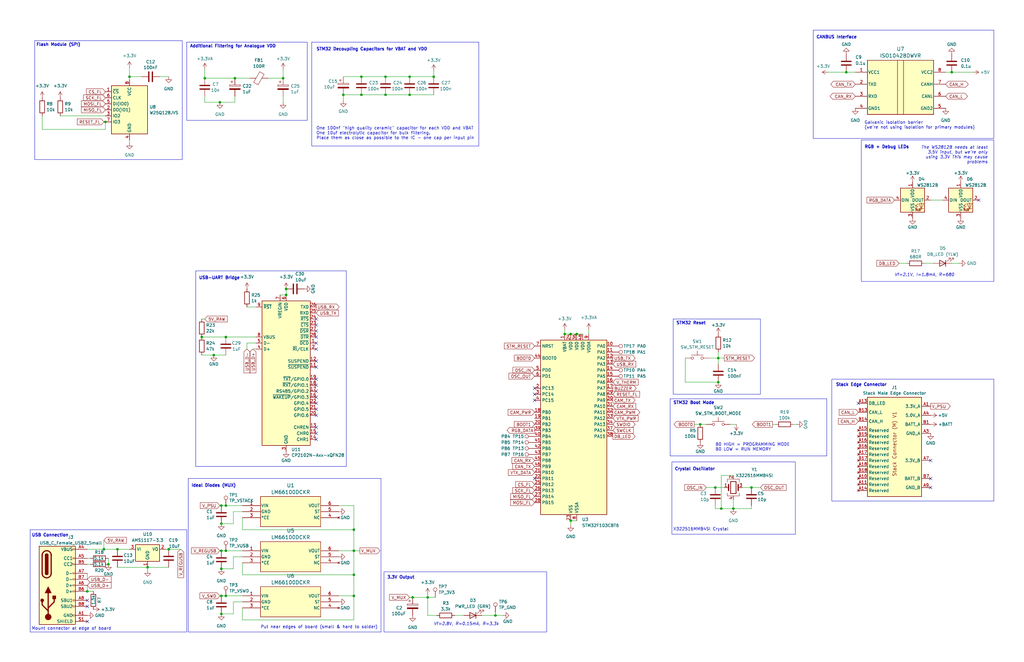
<source format=kicad_sch>
(kicad_sch (version 20231120) (generator "eeschema") (generator_version "8.0")
  (paper "B")
  (title_block (title "QRET 24-25 SRAD Camera Module (????)") (date "2025-02-20") (rev "V1.0") (company "Queen's Rocket Engineering Team") (comment 1 "Contributors: Ethan Toste, Kennan Bays, Noah Del Rizzo, Fedor Kim") (comment 4 "GRID = 0.635mm"))
  (junction (at 172.72 32.385))
  (junction (at 119.38 33.02))
  (junction (at 95.25 251.46))
  (junction (at 302.895 161.29))
  (junction (at 62.23 239.395))
  (junction (at 240.665 219.71))
  (junction (at -53.975 79.375))
  (junction (at 44.45 51.435))
  (junction (at -43.815 71.755))
  (junction (at -73.66 84.455))
  (junction (at -58.42 93.345))
  (junction (at 162.56 40.005))
  (junction (at 120.65 121.92))
  (junction (at 95.25 142.24))
  (junction (at 93.345 232.41))
  (junction (at 93.345 220.98))
  (junction (at 149.225 242.57))
  (junction (at 182.88 32.385))
  (junction (at 152.4 32.385))
  (junction (at 99.06 33.02))
  (junction (at 304.165 214.63))
  (junction (at 356.87 30.48))
  (junction (at 466.09 133.35))
  (junction (at 302.895 151.13))
  (junction (at 303.53 -78.74))
  (junction (at 45.72 238.125))
  (junction (at 93.345 213.36))
  (junction (at 450.85 148.59))
  (junction (at 466.09 140.97))
  (junction (at 313.69 -86.36))
  (junction (at 173.99 252.095))
  (junction (at 172.72 40.005))
  (junction (at 93.345 251.46))
  (junction (at 180.34 252.095))
  (junction (at 86.36 33.02))
  (junction (at 316.865 205.74))
  (junction (at 466.09 157.48))
  (junction (at 152.4 40.005))
  (junction (at 95.25 213.36))
  (junction (at 162.56 32.385))
  (junction (at 149.225 223.52))
  (junction (at 149.225 251.46))
  (junction (at 243.205 140.97))
  (junction (at -43.815 84.455))
  (junction (at 71.12 231.775))
  (junction (at 120.65 124.46))
  (junction (at 93.345 240.03))
  (junction (at 85.09 142.24))
  (junction (at 299.085 -64.77))
  (junction (at 208.915 259.715))
  (junction (at 309.245 214.63))
  (junction (at 54.61 32.385))
  (junction (at 301.625 205.74))
  (junction (at 36.83 249.555))
  (junction (at 43.815 231.775))
  (junction (at 95.25 232.41))
  (junction (at 144.78 40.005))
  (junction (at 238.125 140.97))
  (junction (at 295.275 179.07))
  (junction (at 93.345 259.08))
  (junction (at 49.53 231.775))
  (junction (at 316.865 -22.86))
  (junction (at 149.225 232.41))
  (junction (at 283.845 -73.66))
  (junction (at 401.32 30.48))
  (junction (at 313.69 -73.66))
  (junction (at 90.17 149.86))
  (junction (at 459.74 130.81))
  (junction (at 92.71 43.18))
  (junction (at 240.665 140.97))
  (no_connect (at 133.35 152.4))
  (no_connect (at 36.83 253.365))
  (no_connect (at 133.35 154.94))
  (no_connect (at 412.75 84.455))
  (no_connect (at 133.35 170.18))
  (no_connect (at 133.35 167.64))
  (no_connect (at 392.43 194.31))
  (no_connect (at 133.35 180.34))
  (no_connect (at 133.35 134.62))
  (no_connect (at 361.95 170.18))
  (no_connect (at 225.425 168.91))
  (no_connect (at 133.35 182.88))
  (no_connect (at 225.425 166.37))
  (no_connect (at 133.35 165.1))
  (no_connect (at 36.83 255.905))
  (no_connect (at 392.43 201.93))
  (no_connect (at 133.35 142.24))
  (no_connect (at 225.425 201.93))
  (no_connect (at 133.35 144.78))
  (no_connect (at 133.35 139.7))
  (no_connect (at 133.35 160.02))
  (no_connect (at 133.35 185.42))
  (no_connect (at 133.35 172.72))
  (no_connect (at 392.43 205.74))
  (no_connect (at 133.35 147.32))
  (no_connect (at 133.35 137.16))
  (no_connect (at 225.425 163.83))
  (no_connect (at 36.83 262.255))
  (no_connect (at 133.35 175.26))
  (no_connect (at 133.35 162.56))
  (wire (pts (xy 401.32 30.48) (xy 410.21 30.48)))
  (wire (pts (xy 173.99 252.095) (xy 180.34 252.095)))
  (wire (pts (xy 71.12 231.775) (xy 69.85 231.775)))
  (wire (pts (xy -73.66 93.345) (xy -58.42 93.345)))
  (polyline (pts (xy 348.615 192.405) (xy 348.615 168.275)))
  (wire (pts (xy 466.09 130.81) (xy 466.09 133.35)))
  (wire (pts (xy 448.31 148.59) (xy 450.85 148.59)))
  (wire (pts (xy 389.89 111.125) (xy 393.7 111.125)))
  (wire (pts (xy 45.72 235.585) (xy 45.72 238.125)))
  (wire (pts (xy -43.815 71.755) (xy -41.91 71.755)))
  (wire (pts (xy 304.165 200.66) (xy 304.165 214.63)))
  (wire (pts (xy 149.225 251.46) (xy 149.225 261.62)))
  (wire (pts (xy 67.31 32.385) (xy 71.12 32.385)))
  (wire (pts (xy 95.25 251.46) (xy 102.235 251.46)))
  (polyline (pts (xy 282.575 192.405) (xy 348.615 192.405)))
  (wire (pts (xy 466.09 153.67) (xy 466.09 157.48)))
  (wire (pts (xy 92.71 213.36) (xy 93.345 213.36)))
  (wire (pts (xy 162.56 32.385) (xy 172.72 32.385)))
  (wire (pts (xy 313.69 -86.36) (xy 313.69 -83.82)))
  (wire (pts (xy 288.925 151.13) (xy 288.925 161.29)))
  (wire (pts (xy 240.665 219.71) (xy 243.205 219.71)))
  (wire (pts (xy 120.65 121.92) (xy 120.65 124.46)))
  (wire (pts (xy 172.72 40.005) (xy 182.88 40.005)))
  (wire (pts (xy 299.085 151.13) (xy 302.895 151.13)))
  (wire (pts (xy 283.845 -73.66) (xy 283.845 -72.39)))
  (wire (pts (xy 309.245 214.63) (xy 309.245 210.82)))
  (wire (pts (xy 98.425 220.98) (xy 93.345 220.98)))
  (wire (pts (xy 36.83 249.555) (xy 39.37 249.555)))
  (wire (pts (xy 93.345 251.46) (xy 95.25 251.46)))
  (wire (pts (xy 95.25 213.36) (xy 102.235 213.36)))
  (wire (pts (xy 102.235 261.62) (xy 149.225 261.62)))
  (wire (pts (xy 119.38 40.64) (xy 119.38 43.18)))
  (wire (pts (xy 309.245 200.66) (xy 304.165 200.66)))
  (wire (pts (xy 466.09 140.97) (xy 466.09 143.51)))
  (wire (pts (xy 142.875 232.41) (xy 149.225 232.41)))
  (wire (pts (xy 142.875 251.46) (xy 149.225 251.46)))
  (wire (pts (xy -74.93 84.455) (xy -73.66 84.455)))
  (wire (pts (xy 49.53 239.395) (xy 62.23 239.395)))
  (wire (pts (xy 288.925 161.29) (xy 302.895 161.29)))
  (wire (pts (xy 313.055 205.74) (xy 316.865 205.74)))
  (wire (pts (xy 149.225 213.36) (xy 149.225 223.52)))
  (wire (pts (xy 93.345 232.41) (xy 95.25 232.41)))
  (wire (pts (xy 102.235 215.9) (xy 98.425 215.9)))
  (wire (pts (xy 149.225 242.57) (xy 149.225 251.46)))
  (wire (pts (xy 102.235 254) (xy 98.425 254)))
  (wire (pts (xy 243.205 140.97) (xy 245.745 140.97)))
  (wire (pts (xy 316.865 214.63) (xy 309.245 214.63)))
  (wire (pts (xy 36.83 241.935) (xy 36.83 244.475)))
  (wire (pts (xy 98.425 215.9) (xy 98.425 220.98)))
  (wire (pts (xy 325.755 179.07) (xy 327.025 179.07)))
  (wire (pts (xy 144.78 40.005) (xy 144.78 42.545)))
  (wire (pts (xy 316.865 -12.7) (xy 316.865 -10.16)))
  (wire (pts (xy -57.15 160.655) (xy -57.15 161.925)))
  (wire (pts (xy 92.71 251.46) (xy 93.345 251.46)))
  (wire (pts (xy 316.865 -26.67) (xy 316.865 -22.86)))
  (wire (pts (xy 85.09 142.24) (xy 95.25 142.24)))
  (wire (pts (xy 316.865 -22.86) (xy 316.865 -20.32)))
  (wire (pts (xy 240.665 140.97) (xy 243.205 140.97)))
  (wire (pts (xy 302.895 151.13) (xy 302.895 153.67)))
  (wire (pts (xy 172.72 252.095) (xy 173.99 252.095)))
  (wire (pts (xy 180.34 259.715) (xy 184.15 259.715)))
  (wire (pts (xy 313.69 -73.66) (xy 315.595 -73.66)))
  (wire (pts (xy 316.865 205.74) (xy 320.675 205.74)))
  (wire (pts (xy 99.06 33.02) (xy 105.41 33.02)))
  (polyline (pts (xy 282.575 168.275) (xy 282.575 173.355)))
  (wire (pts (xy 172.72 32.385) (xy 182.88 32.385)))
  (wire (pts (xy 86.36 33.02) (xy 99.06 33.02)))
  (wire (pts (xy 302.895 148.59) (xy 302.895 151.13)))
  (wire (pts (xy 98.425 259.08) (xy 93.345 259.08)))
  (wire (pts (xy 119.38 29.21) (xy 119.38 33.02)))
  (wire (pts (xy 299.085 -78.74) (xy 303.53 -78.74)))
  (wire (pts (xy 44.45 54.61) (xy 44.45 51.435)))
  (wire (pts (xy -73.66 84.455) (xy -73.66 85.725)))
  (wire (pts (xy 283.845 -64.77) (xy 299.085 -64.77)))
  (wire (pts (xy 149.225 232.41) (xy 151.765 232.41)))
  (wire (pts (xy 25.4 48.895) (xy 44.45 48.895)))
  (wire (pts (xy 180.34 252.095) (xy 180.34 259.715)))
  (wire (pts (xy 104.14 144.78) (xy 104.14 147.32)))
  (wire (pts (xy 54.61 28.575) (xy 54.61 32.385)))
  (wire (pts (xy -53.975 79.375) (xy -51.435 79.375)))
  (wire (pts (xy 142.875 213.36) (xy 149.225 213.36)))
  (polyline (pts (xy 79.375 201.93) (xy 160.655 201.93)))
  (wire (pts (xy 86.36 29.21) (xy 86.36 33.02)))
  (wire (pts (xy 379.095 111.125) (xy 382.27 111.125)))
  (wire (pts (xy 459.74 128.27) (xy 459.74 130.81)))
  (wire (pts (xy 106.68 147.32) (xy 107.95 147.32)))
  (wire (pts (xy -58.42 79.375) (xy -53.975 79.375)))
  (wire (pts (xy 238.125 140.97) (xy 240.665 140.97)))
  (wire (pts (xy 102.235 242.57) (xy 102.235 237.49)))
  (wire (pts (xy 144.78 40.005) (xy 152.4 40.005)))
  (wire (pts (xy -43.815 71.755) (xy -43.815 74.295)))
  (wire (pts (xy 62.23 239.395) (xy 71.12 239.395)))
  (wire (pts (xy 98.425 234.95) (xy 98.425 240.03)))
  (wire (pts (xy 95.25 142.24) (xy 107.95 142.24)))
  (wire (pts (xy -58.42 93.345) (xy -58.42 89.535)))
  (wire (pts (xy 301.625 205.74) (xy 305.435 205.74)))
  (wire (pts (xy 36.83 247.015) (xy 36.83 249.555)))
  (polyline (pts (xy 419.1 12.7) (xy 419.1 58.42)))
  (wire (pts (xy 301.625 214.63) (xy 301.625 213.36)))
  (wire (pts (xy 349.25 30.48) (xy 356.87 30.48)))
  (wire (pts (xy 450.85 157.48) (xy 466.09 157.48)))
  (wire (pts (xy 474.98 140.97) (xy 474.98 138.43)))
  (wire (pts (xy 303.53 -86.36) (xy 313.69 -86.36)))
  (wire (pts (xy 99.06 43.18) (xy 99.06 40.64)))
  (wire (pts (xy 292.735 179.07) (xy 295.275 179.07)))
  (wire (pts (xy 295.275 179.07) (xy 297.815 179.07)))
  (wire (pts (xy 316.865 213.36) (xy 316.865 214.63)))
  (wire (pts (xy 98.425 254) (xy 98.425 259.08)))
  (wire (pts (xy 304.165 214.63) (xy 301.625 214.63)))
  (wire (pts (xy 95.25 232.41) (xy 102.235 232.41)))
  (wire (pts (xy 113.03 33.02) (xy 119.38 33.02)))
  (wire (pts (xy 240.665 219.71) (xy 240.665 221.615)))
  (wire (pts (xy 76.2 231.775) (xy 71.12 231.775)))
  (wire (pts (xy 238.125 139.065) (xy 238.125 140.97)))
  (wire (pts (xy 191.77 259.715) (xy 195.58 259.715)))
  (wire (pts (xy 208.915 259.715) (xy 212.09 259.715)))
  (wire (pts (xy 459.74 130.81) (xy 466.09 130.81)))
  (wire (pts (xy 86.36 43.18) (xy 92.71 43.18)))
  (wire (pts (xy 450.85 148.59) (xy 450.85 149.86)))
  (polyline (pts (xy 342.9 12.7) (xy 342.9 58.42)))
  (wire (pts (xy 299.085 -64.77) (xy 299.085 -68.58)))
  (polyline (pts (xy 363.22 81.28) (xy 363.22 81.28)))
  (wire (pts (xy 398.78 30.48) (xy 401.32 30.48)))
  (wire (pts (xy -53.975 71.755) (xy -43.815 71.755)))
  (wire (pts (xy 208.915 258.445) (xy 208.915 259.715)))
  (wire (pts (xy 392.43 84.455) (xy 397.51 84.455)))
  (polyline (pts (xy 282.575 173.355) (xy 282.575 192.405)))
  (polyline (pts (xy 160.655 266.7) (xy 160.655 201.93)))
  (wire (pts (xy 36.83 238.125) (xy 38.1 238.125)))
  (wire (pts (xy 118.11 124.46) (xy 120.65 124.46)))
  (wire (pts (xy 85.09 134.62) (xy 86.36 134.62)))
  (wire (pts (xy 43.815 231.775) (xy 49.53 231.775)))
  (polyline (pts (xy 79.375 201.93) (xy 79.375 266.7)))
  (wire (pts (xy 152.4 40.005) (xy 162.56 40.005)))
  (wire (pts (xy 36.83 235.585) (xy 38.1 235.585)))
  (polyline (pts (xy 419.1 58.42) (xy 342.9 58.42)))
  (wire (pts (xy 302.895 151.13) (xy 305.435 151.13)))
  (wire (pts (xy 17.78 48.895) (xy 17.78 54.61)))
  (wire (pts (xy 180.34 250.825) (xy 180.34 252.095)))
  (wire (pts (xy 54.61 32.385) (xy 59.69 32.385)))
  (wire (pts (xy 92.71 43.18) (xy 99.06 43.18)))
  (wire (pts (xy 334.645 179.07) (xy 335.915 179.07)))
  (wire (pts (xy 102.235 261.62) (xy 102.235 256.54)))
  (wire (pts (xy 86.36 40.64) (xy 86.36 43.18)))
  (wire (pts (xy 102.235 218.44) (xy 102.235 223.52)))
  (wire (pts (xy 203.2 259.715) (xy 208.915 259.715)))
  (wire (pts (xy 301.625 205.74) (xy 297.815 205.74)))
  (wire (pts (xy 36.83 231.775) (xy 43.815 231.775)))
  (wire (pts (xy 466.09 133.35) (xy 474.98 133.35)))
  (wire (pts (xy 466.09 140.97) (xy 474.98 140.97)))
  (wire (pts (xy -43.815 84.455) (xy -41.91 84.455)))
  (wire (pts (xy 102.235 242.57) (xy 149.225 242.57)))
  (wire (pts (xy 43.815 227.965) (xy 43.815 231.775)))
  (wire (pts (xy -57.15 160.655) (xy -50.8 160.655)))
  (wire (pts (xy 149.225 223.52) (xy 149.225 232.41)))
  (polyline (pts (xy 342.9 12.7) (xy 419.1 12.7)))
  (wire (pts (xy 401.32 111.125) (xy 404.495 111.125)))
  (wire (pts (xy 104.14 129.54) (xy 107.95 129.54)))
  (wire (pts (xy 144.78 32.385) (xy 152.4 32.385)))
  (wire (pts (xy 149.225 232.41) (xy 149.225 242.57)))
  (wire (pts (xy 98.425 240.03) (xy 93.345 240.03)))
  (wire (pts (xy 49.53 231.775) (xy 54.61 231.775)))
  (wire (pts (xy 62.23 239.395) (xy 62.23 240.665)))
  (wire (pts (xy 303.53 -78.74) (xy 306.07 -78.74)))
  (wire (pts (xy 92.71 232.41) (xy 93.345 232.41)))
  (wire (pts (xy 90.17 149.86) (xy 95.25 149.86)))
  (wire (pts (xy 307.975 179.07) (xy 310.515 179.07)))
  (wire (pts (xy 102.235 234.95) (xy 98.425 234.95)))
  (polyline (pts (xy -63.5 146.685) (xy -19.05 146.685)))
  (wire (pts (xy 54.61 59.055) (xy 54.61 60.325)))
  (wire (pts (xy 43.815 51.435) (xy 44.45 51.435)))
  (wire (pts (xy 459.74 130.81) (xy 459.74 133.35)))
  (wire (pts (xy 316.865 -22.86) (xy 327.025 -22.86)))
  (wire (pts (xy 162.56 40.005) (xy 172.72 40.005)))
  (wire (pts (xy 104.14 144.78) (xy 107.95 144.78)))
  (wire (pts (xy 182.88 29.845) (xy 182.88 32.385)))
  (polyline (pts (xy -63.5 167.005) (xy -63.5 146.685)))
  (wire (pts (xy 54.61 32.385) (xy 54.61 33.655)))
  (wire (pts (xy 248.285 139.065) (xy 248.285 140.97)))
  (wire (pts (xy 17.78 54.61) (xy 44.45 54.61)))
  (wire (pts (xy 152.4 32.385) (xy 162.56 32.385)))
  (polyline (pts (xy -19.05 167.005) (xy -63.5 167.005)))
  (polyline (pts (xy 348.615 168.275) (xy 282.575 168.275)))
  (wire (pts (xy 282.575 -73.66) (xy 283.845 -73.66)))
  (wire (pts (xy 180.34 252.095) (xy 183.515 252.095)))
  (wire (pts (xy 85.09 149.86) (xy 90.17 149.86)))
  (wire (pts (xy 304.165 214.63) (xy 309.245 214.63)))
  (wire (pts (xy 102.235 223.52) (xy 149.225 223.52)))
  (polyline (pts (xy 79.375 266.7) (xy 160.655 266.7)))
  (wire (pts (xy 316.865 -31.75) (xy 316.865 -29.21)))
  (wire (pts (xy 356.87 30.48) (xy 360.68 30.48)))
  (wire (pts (xy 93.345 213.36) (xy 95.25 213.36)))
  (wire (pts (xy 313.69 -86.36) (xy 315.595 -86.36)))
  (polyline (pts (xy -19.05 146.685) (xy -19.05 167.005)))
  (rectangle (start 161.925 241.3) (end 230.505 266.7))
  (rectangle (start 283.845 134.62) (end 320.675 166.37))
  (rectangle (start -87.63 67.945) (end -3.81 112.395))
  (rectangle (start 435.61 120.65) (end 496.57 160.02))
  (rectangle (start 82.55 114.3) (end 146.05 196.85))
  (rectangle (start 78.74 17.78) (end 129.54 50.8))
  (rectangle (start 269.113 -90.678) (end 328.295 -44.45))
  (rectangle (start 283.337 194.945) (end 335.407 225.425))
  (rectangle (start 311.023 -42.672) (end 349.123 -2.032))
  (rectangle (start 350.774 160.02) (end 419.1 211.455))
  (rectangle (start 363.22 59.055) (end 419.1 118.745))
  (rectangle (start 12.7 223.52) (end 78.74 266.7))
  (rectangle (start 14.605 17.145) (end 76.835 67.31))
  (rectangle (start 131.445 17.78) (end 201.93 61.595))
  (text "B0 HIGH = PROGRAMMING MODE\nB0 LOW = RUN MEMORY" (at 301.625 190.5 0) (effects (font (size 1.27 1.27)) (justify left bottom)))
  (text "RunCam Control" (at -86.995 70.485 0) (effects (font (size 1.27 1.27) (thickness 0.254) (bold yes)) (justify left bottom)))
  (text "One 100nf \"high quality ceramic\" capacitor for each VDD and VBAT\nOne 10uf electrolytic capacitor for bulk filtering.\nPlace them as close as possible to the IC - one cap per input pin" (at 133.35 59.055 0) (effects (font (size 1.27 1.27)) (justify left bottom)))
  (text "STM32 Reset" (at 285.115 137.16 0) (effects (font (size 1.27 1.27) (thickness 0.254) (bold yes)) (justify left bottom)))
  (text "3.3V Output" (at 163.195 244.475 0) (effects (font (size 1.27 1.27) (thickness 0.254) (bold yes)) (justify left bottom)))
  (text "Thermistor" (at 317.119 -40.386 0) (effects (font (size 1.27 1.27) (thickness 0.254) (bold yes))))
  (text "RGB + Debug LEDs" (at 364.49 62.865 0) (effects (font (size 1.27 1.27) (thickness 0.254) (bold yes)) (justify left bottom)))
  (text "USB-UART Bridge" (at 83.82 118.11 0) (effects (font (size 1.27 1.27) (thickness 0.254) (bold yes)) (justify left bottom)))
  (text "Put near edges of board (small & hard to solder)" (at 109.855 265.43 0) (effects (font (size 1.27 1.27)) (justify left bottom)))
  (text "Additional Filtering for Analogue VDD" (at 80.01 20.32 0) (effects (font (size 1.27 1.27) (thickness 0.254) (bold yes)) (justify left bottom)))
  (text "Crystal Oscillator" (at 284.48 198.755 0) (effects (font (size 1.27 1.27) (thickness 0.254) (bold yes)) (justify left bottom)))
  (text "Buzzer" (at 436.88 123.19 0) (effects (font (size 1.27 1.27) (bold yes)) (justify left bottom)))
  (text "STM32 Boot Mode" (at 283.845 170.815 0) (effects (font (size 1.27 1.27) (thickness 0.254) (bold yes)) (justify left bottom)))
  (text "VTX Control" (at 270.891 -86.614 0) (effects (font (size 1.27 1.27) (thickness 0.254) (bold yes)) (justify left bottom)))
  (text "Serial Wire Debug" (at -62.23 149.225 0) (effects (font (size 1.27 1.27) (thickness 0.254) (bold yes)) (justify left bottom)))
  (text "Vf=2.8V, R=0.15mA, R=3.3k" (at 182.88 264.16 0) (effects (font (size 1.27 1.27) (italic yes)) (justify left bottom)))
  (text "Galvanic isolation barrier\n(we're not using isolation for primary modules)" (at 364.49 54.61 0) (effects (font (size 1.27 1.27)) (justify left bottom)))
  (text "Vf=2.1V, I=1.8mA, R=680" (at 377.19 116.84 0) (effects (font (size 1.27 1.27) (italic yes)) (justify left bottom)))
  (text "Flash Module (SPI)" (at 15.24 19.685 0) (effects (font (size 1.27 1.27) (bold yes)) (justify left bottom)))
  (text "The WS2812B needs at least\n3.5V input, but we're only\nusing 3.3V This may cause\nproblems" (at 416.56 69.215 0) (effects (font (size 1.27 1.27) (italic yes)) (justify right bottom)))
  (text "Stack Edge Connector" (at 352.425 163.195 0) (effects (font (size 1.27 1.27) (thickness 0.254) (bold yes)) (justify left bottom)))
  (text "CANBUS Interface" (at 344.17 16.51 0) (effects (font (size 1.27 1.27) (thickness 0.254) (bold yes)) (justify left bottom)))
  (text "Mount connector at edge of board\n" (at 13.335 266.065 0) (effects (font (size 1.27 1.27)) (justify left bottom)))
  (text "USB Connection" (at 13.335 226.695 0) (effects (font (size 1.27 1.27) (thickness 0.254) (bold yes)) (justify left bottom)))
  (text "\nX322516MMB4SI Crystal " (at 283.845 224.155 0) (effects (font (size 1.27 1.27)) (justify left bottom)))
  (text "Ideal Diodes (MUX)" (at 80.645 205.74 0) (effects (font (size 1.27 1.27) (thickness 0.254) (bold yes)) (justify left bottom)))
  (text "STM32 Decoupling Capacitors for VBAT and VDD" (at 133.35 21.59 0) (effects (font (size 1.27 1.27) (thickness 0.254) (bold yes)) (justify left bottom)))
  (global_label "SWDIO" (shape input) (at -50.8 155.575 180) (property "Intersheetrefs" "${INTERSHEET_REFS}" (effects (hide yes))))
  (global_label "VTX_DATA" (shape input) (at 311.785 -53.34 180) (property "Intersheetrefs" "${INTERSHEET_REFS}" (effects (hide yes))))
  (global_label "BOOT1" (shape output) (at 325.755 179.07 180) (property "Intersheetrefs" "${INTERSHEET_REFS}" (effects (hide yes))))
  (global_label "V_THERM" (shape input) (at 258.445 161.29 0) (property "Intersheetrefs" "${INTERSHEET_REFS}" (effects (hide yes))))
  (global_label "V_REGUSB" (shape input) (at 76.2 231.775 270) (property "Intersheetrefs" "${INTERSHEET_REFS}" (effects (hide yes))))
  (global_label "DB_LED" (shape input) (at 379.095 111.125 180) (property "Intersheetrefs" "${INTERSHEET_REFS}" (effects (hide yes))))
  (global_label "BOOT0" (shape input) (at 225.425 151.13 180) (property "Intersheetrefs" "${INTERSHEET_REFS}" (effects (hide yes))))
  (global_label "OSC_OUT" (shape input) (at 320.675 205.74 0) (property "Intersheetrefs" "${INTERSHEET_REFS}" (effects (hide yes))))
  (global_label "V_REGUSB" (shape input) (at 92.71 232.41 180) (property "Intersheetrefs" "${INTERSHEET_REFS}" (effects (hide yes))))
  (global_label "CAM_PWM" (shape input) (at -22.225 107.95 180) (property "Intersheetrefs" "${INTERSHEET_REFS}" (effects (hide yes))))
  (global_label "OSC_IN" (shape input) (at 297.815 205.74 180) (property "Intersheetrefs" "${INTERSHEET_REFS}" (effects (hide yes))))
  (global_label "CAM_PWR" (shape input) (at -74.93 84.455 180) (property "Intersheetrefs" "${INTERSHEET_REFS}" (effects (hide yes))))
  (global_label "CAM_PWR" (shape input) (at 225.425 173.99 180) (property "Intersheetrefs" "${INTERSHEET_REFS}" (effects (hide yes))))
  (global_label "MOSI_FL" (shape input) (at 44.45 43.815 180) (property "Intersheetrefs" "${INTERSHEET_REFS}" (effects (hide yes))))
  (global_label "MISO_FL" (shape input) (at 225.425 209.55 180) (property "Intersheetrefs" "${INTERSHEET_REFS}" (effects (hide yes))))
  (global_label "SWDIO" (shape bidirectional) (at 258.445 179.07 0) (property "Intersheetrefs" "${INTERSHEET_REFS}" (effects (hide yes))))
  (global_label "V_THERM" (shape input) (at 327.025 -22.86 0) (property "Intersheetrefs" "${INTERSHEET_REFS}" (effects (hide yes))))
  (global_label "CAN_H" (shape bidirectional) (at 398.78 35.56 0) (property "Intersheetrefs" "${INTERSHEET_REFS}" (effects (hide yes))))
  (global_label "VTX_BAT" (shape output) (at 315.595 -73.66 0) (property "Intersheetrefs" "${INTERSHEET_REFS}" (effects (hide yes))))
  (global_label "CS_FL" (shape input) (at 225.425 204.47 180) (property "Intersheetrefs" "${INTERSHEET_REFS}" (effects (hide yes))))
  (global_label "RESET_FL" (shape input) (at 43.815 51.435 180) (property "Intersheetrefs" "${INTERSHEET_REFS}" (effects (hide yes))))
  (global_label "CAM_TX" (shape output) (at 258.445 168.91 0) (property "Intersheetrefs" "${INTERSHEET_REFS}" (effects (hide yes))))
  (global_label "CS_FL" (shape input) (at 44.45 38.735 180) (property "Intersheetrefs" "${INTERSHEET_REFS}" (effects (hide yes))))
  (global_label "RGB_DATA" (shape output) (at 225.425 181.61 180) (property "Intersheetrefs" "${INTERSHEET_REFS}" (effects (hide yes))))
  (global_label "RGB_DATA" (shape input) (at 377.19 84.455 180) (property "Intersheetrefs" "${INTERSHEET_REFS}" (effects (hide yes))))
  (global_label "CAM_5V" (shape output) (at -41.91 84.455 0) (property "Intersheetrefs" "${INTERSHEET_REFS}" (effects (hide yes))))
  (global_label "V_PSU" (shape input) (at 92.71 213.36 180) (property "Intersheetrefs" "${INTERSHEET_REFS}" (effects (hide yes))))
  (global_label "CAN_L" (shape bidirectional) (at 398.78 40.64 0) (property "Intersheetrefs" "${INTERSHEET_REFS}" (effects (hide yes))))
  (global_label "OSC_IN" (shape input) (at 225.425 156.21 180) (property "Intersheetrefs" "${INTERSHEET_REFS}" (effects (hide yes))))
  (global_label "STM_RESET" (shape output) (at 305.435 151.13 0) (property "Intersheetrefs" "${INTERSHEET_REFS}" (effects (hide yes))))
  (global_label "DB_LED" (shape output) (at 258.445 184.15 0) (property "Intersheetrefs" "${INTERSHEET_REFS}" (effects (hide yes))))
  (global_label "USB_TX" (shape input) (at 133.35 132.08 0) (property "Intersheetrefs" "${INTERSHEET_REFS}" (effects (hide yes))))
  (global_label "RESET_FL" (shape input) (at 258.445 166.37 0) (property "Intersheetrefs" "${INTERSHEET_REFS}" (effects (hide yes))))
  (global_label "CAM_PWM" (shape output) (at 258.445 173.99 0) (property "Intersheetrefs" "${INTERSHEET_REFS}" (effects (hide yes))))
  (global_label "MISO_FL" (shape input) (at 44.45 46.355 180) (property "Intersheetrefs" "${INTERSHEET_REFS}" (effects (hide yes))))
  (global_label "STM_RESET" (shape input) (at 225.425 146.05 180) (property "Intersheetrefs" "${INTERSHEET_REFS}" (effects (hide yes))))
  (global_label "VTX_BAT" (shape input) (at 311.785 -48.26 180) (property "Intersheetrefs" "${INTERSHEET_REFS}" (effects (hide yes))))
  (global_label "CAN_TX" (shape bidirectional) (at 360.68 35.56 180) (property "Intersheetrefs" "${INTERSHEET_REFS}" (effects (hide yes))))
  (global_label "SWCLK" (shape input) (at 258.445 181.61 0) (property "Intersheetrefs" "${INTERSHEET_REFS}" (effects (hide yes))))
  (global_label "VTX_8V" (shape input) (at 315.595 -86.36 0) (property "Intersheetrefs" "${INTERSHEET_REFS}" (effects (hide yes))))
  (global_label "USB_D+" (shape input) (at 106.68 147.32 270) (property "Intersheetrefs" "${INTERSHEET_REFS}" (effects (hide yes))))
  (global_label "5V_RAW" (shape input) (at 43.815 227.965 0) (property "Intersheetrefs" "${INTERSHEET_REFS}" (effects (hide yes))))
  (global_label "SCK_FL" (shape input) (at 225.425 207.01 180) (property "Intersheetrefs" "${INTERSHEET_REFS}" (effects (hide yes))))
  (global_label "BOOT0" (shape output) (at 292.735 179.07 180) (property "Intersheetrefs" "${INTERSHEET_REFS}" (effects (hide yes))))
  (global_label "CAN_H" (shape input) (at 361.95 177.8 180) (property "Intersheetrefs" "${INTERSHEET_REFS}" (effects (hide yes))))
  (global_label "V_MUX" (shape input) (at 172.72 252.095 180) (property "Intersheetrefs" "${INTERSHEET_REFS}" (effects (hide yes))))
  (global_label "V_SWD" (shape output) (at -50.8 158.115 180) (property "Intersheetrefs" "${INTERSHEET_REFS}" (effects (hide yes))))
  (global_label "CAM_5V" (shape input) (at -22.225 97.79 180) (property "Intersheetrefs" "${INTERSHEET_REFS}" (effects (hide yes))))
  (global_label "USB_D-" (shape input) (at 104.14 147.32 270) (property "Intersheetrefs" "${INTERSHEET_REFS}" (effects (hide yes))))
  (global_label "USB_RX" (shape input) (at 258.445 153.67 0) (property "Intersheetrefs" "${INTERSHEET_REFS}" (effects (hide yes))))
  (global_label "USB_D+" (shape input) (at 36.83 247.015 0) (property "Intersheetrefs" "${INTERSHEET_REFS}" (effects (hide yes))))
  (global_label "SCK_FL" (shape input) (at 44.45 41.275 180) (property "Intersheetrefs" "${INTERSHEET_REFS}" (effects (hide yes))))
  (global_label "VTX_PWR" (shape input) (at 258.445 176.53 0) (property "Intersheetrefs" "${INTERSHEET_REFS}" (effects (hide yes))))
  (global_label "CAM_RX" (shape output) (at -22.225 105.41 180) (property "Intersheetrefs" "${INTERSHEET_REFS}" (effects (hide yes))))
  (global_label "BUZZER" (shape output) (at 258.445 163.83 0) (property "Intersheetrefs" "${INTERSHEET_REFS}" (effects (hide yes))))
  (global_label "USB_D-" (shape input) (at 36.83 244.475 0) (property "Intersheetrefs" "${INTERSHEET_REFS}" (effects (hide yes))))
  (global_label "CAM_RX" (shape input) (at 258.445 171.45 0) (property "Intersheetrefs" "${INTERSHEET_REFS}" (effects (hide yes))))
  (global_label "V_SWD" (shape input) (at 92.71 251.46 180) (property "Intersheetrefs" "${INTERSHEET_REFS}" (effects (hide yes))))
  (global_label "BUZZER" (shape input) (at 448.31 148.59 180) (property "Intersheetrefs" "${INTERSHEET_REFS}" (effects (hide yes))))
  (global_label "CAN_RX" (shape input) (at 225.425 194.31 180) (property "Intersheetrefs" "${INTERSHEET_REFS}" (effects (hide yes))))
  (global_label "CAM_TX" (shape input) (at -22.225 102.87 180) (property "Intersheetrefs" "${INTERSHEET_REFS}" (effects (hide yes))))
  (global_label "5V_RAW" (shape input) (at 86.36 134.62 0) (property "Intersheetrefs" "${INTERSHEET_REFS}" (effects (hide yes))))
  (global_label "CAN_TX" (shape input) (at 225.425 196.85 180) (property "Intersheetrefs" "${INTERSHEET_REFS}" (effects (hide yes))))
  (global_label "SWCLK" (shape input) (at -50.8 153.035 180) (property "Intersheetrefs" "${INTERSHEET_REFS}" (effects (hide yes))))
  (global_label "USB_TX" (shape output) (at 258.445 151.13 0) (property "Intersheetrefs" "${INTERSHEET_REFS}" (effects (hide yes))))
  (global_label "OSC_OUT" (shape input) (at 225.425 158.75 180) (property "Intersheetrefs" "${INTERSHEET_REFS}" (effects (hide yes))))
  (global_label "USB_RX" (shape output) (at 133.35 129.54 0) (property "Intersheetrefs" "${INTERSHEET_REFS}" (effects (hide yes))))
  (global_label "VTX_PWR" (shape input) (at 282.575 -73.66 180) (property "Intersheetrefs" "${INTERSHEET_REFS}" (effects (hide yes))))
  (global_label "MOSI_FL" (shape input) (at 225.425 212.09 180) (property "Intersheetrefs" "${INTERSHEET_REFS}" (effects (hide yes))))
  (global_label "V_MUX" (shape output) (at 151.765 232.41 0) (property "Intersheetrefs" "${INTERSHEET_REFS}" (effects (hide yes))))
  (global_label "VTX_8V" (shape input) (at 281.305 -49.53 180) (property "Intersheetrefs" "${INTERSHEET_REFS}" (effects (hide yes))))
  (global_label "CAN_L" (shape input) (at 361.95 173.99 180) (property "Intersheetrefs" "${INTERSHEET_REFS}" (effects (hide yes))))
  (global_label "V_PSU" (shape output) (at 392.43 171.45 0) (property "Intersheetrefs" "${INTERSHEET_REFS}" (effects (hide yes))))
  (global_label "BOOT1" (shape input) (at 225.425 179.07 180) (property "Intersheetrefs" "${INTERSHEET_REFS}" (effects (hide yes))))
  (global_label "CAN_RX" (shape bidirectional) (at 360.68 40.64 180) (property "Intersheetrefs" "${INTERSHEET_REFS}" (effects (hide yes))))
  (global_label "VTX_DATA" (shape input) (at 225.425 199.39 180) (property "Intersheetrefs" "${INTERSHEET_REFS}" (effects (hide yes))))
  (symbol (lib_id "LED:WS2812B") (at 405.13 84.455 0) (unit 1)
    (property "Reference" "D6" (at 408.94 75.565 0))
    (property "Value" "WS2812B" (at 411.48 78.105 0))
    (property "Footprint" "LED_SMD:LED_WS2812B_PLCC4_5.0x5.0mm_P3.2mm" (effects (hide yes)))
    (property "Datasheet" "https://cdn-shop.adafruit.com/datasheets/WS2812B.pdf" (effects (hide yes)))
    (property "Digikey" "1568-COM-16347CT-ND" (effects (hide yes)))
  )
  (symbol (lib_id "Device:Buzzer") (at 477.52 135.89 0) (unit 1)
    (property "Reference" "BZ1" (at 480.695 137.795 0) (effects (justify left)))
    (property "Value" "PKM13EPYH4000" (at 478.79 140.335 0) (effects (justify left)))
    (property "Footprint" "footprints:Buzzer_12.6x9.5RM5.0" (effects (hide yes)))
  )
  (symbol (lib_id "power:GND") (at 128.27 121.92 90) (unit 1)
    (property "Reference" "#PWR074" (effects (hide yes)))
    (property "Value" "GND" (at 132.0344 121.92 0))
  )
  (symbol (lib_id "Device:R") (at 187.96 259.715 270) (unit 1)
    (property "Reference" "R3" (at 187.96 254.5547 90))
    (property "Value" "3.3k" (at 187.96 256.9789 90))
    (property "Footprint" "Resistor_SMD:R_0603_1608Metric" (effects (hide yes)))
    (property "LCSC" "C22978" (effects (hide yes)))
  )
  (symbol (lib_id "Connector:TestPoint") (at 95.25 232.41 0) (unit 1) (in_bom no)
    (property "Reference" "TP2" (at 96.647 227.8959 0) (effects (justify left)))
    (property "Value" "TP_VUSB" (at 96.647 230.3201 0) (effects (justify left)))
    (property "Footprint" "TestPoint:TestPoint_Pad_1.5x1.5mm" (effects (hide yes)))
  )
  (symbol (lib_id "Device:R") (at 25.4 45.085 180) (unit 1)
    (property "Reference" "R9" (at 27.178 43.8729 0) (effects (justify right)))
    (property "Value" "10k" (at 27.178 46.2971 0) (effects (justify right)))
    (property "Footprint" "Resistor_SMD:R_0603_1608Metric" (effects (hide yes)))
    (property "LCSC" "C25804" (effects (hide yes)))
  )
  (symbol (lib_id "Device:C") (at 172.72 36.195 0) (unit 1)
    (property "Reference" "C26" (at 175.895 34.925 0) (effects (justify left)))
    (property "Value" "100n" (at 175.26 37.465 0) (effects (justify left)))
    (property "Footprint" "Capacitor_SMD:C_0402_1005Metric" (effects (hide yes)))
    (property "LCSC" "C1525" (effects (hide yes)))
  )
  (symbol (lib_id "Diode:1N5819WS") (at 455.93 133.35 0) (mirror y) (unit 1)
    (property "Reference" "D2" (at 456.2475 138.7643 0))
    (property "Value" "1N5819WS" (at 456.2475 136.3401 0))
    (property "Footprint" "Diode_SMD:D_SOD-323" (effects (hide yes)))
    (property "Datasheet" "https://datasheet.lcsc.com/lcsc/2204281430_Guangdong-Hottech-1N5819WS_C191023.pdf" (effects (hide yes)))
    (property "LCSC" "C191023" (effects (hide yes)))
  )
  (symbol (lib_id "Device:C_Polarized") (at 99.06 36.83 0) (unit 1)
    (property "Reference" "C22" (at 102.235 36.3108 0) (effects (justify left)))
    (property "Value" "1uF" (at 102.235 38.735 0) (effects (justify left)))
    (property "Footprint" "Capacitor_SMD:C_0805_2012Metric" (effects (hide yes)))
    (property "LCSC" "C28323" (effects (hide yes)))
  )
  (symbol (lib_id "power:GND") (at 142.875 234.95 90) (unit 1)
    (property "Reference" "#PWR017" (effects (hide yes)))
    (property "Value" "GND" (at 143.51 237.49 90) (effects (justify right)))
  )
  (symbol (lib_id "power:GND") (at 384.81 92.075 0) (unit 1)
    (property "Reference" "#PWR030" (effects (hide yes)))
    (property "Value" "GND" (at 384.81 95.885 0))
  )
  (symbol (lib_id "power:GND") (at 142.875 215.9 90) (unit 1)
    (property "Reference" "#PWR016" (effects (hide yes)))
    (property "Value" "GND" (at 143.51 218.44 90) (effects (justify right)))
  )
  (symbol (lib_id "Connector:Screw_Terminal_01x02") (at 286.385 -52.07 0) (unit 1)
    (property "Reference" "J8" (at 288.925 -52.0701 0) (effects (justify left)))
    (property "Value" "VTX_PWR" (at 288.925 -49.5301 0) (effects (justify left)))
    (property "Footprint" "TerminalBlock_TE-Connectivity:TerminalBlock_TE_282834-2_1x02_P2.54mm_Horizontal" (effects (hide yes)))
    (property "Digikey" "ED10561-ND" (effects (hide yes)))
  )
  (symbol (lib_id "power:+5V") (at 410.21 30.48 270) (unit 1)
    (property "Reference" "#PWR034" (effects (hide yes)))
    (property "Value" "+5V" (at 413.258 30.48 90) (effects (justify left)))
  )
  (symbol (lib_id "Device:R") (at 302.895 144.78 180) (unit 1)
    (property "Reference" "R12" (at 304.673 143.5679 0) (effects (justify right)))
    (property "Value" "10k" (at 304.673 145.9921 0) (effects (justify right)))
    (property "Footprint" "Resistor_SMD:R_0603_1608Metric" (effects (hide yes)))
    (property "LCSC" "C25804" (effects (hide yes)))
  )
  (symbol (lib_id "EdgeConnector:SWD_01x04_Pin") (at -45.72 158.115 180) (unit 1)
    (property "Reference" "J2" (at -36.195 155.6329 0) (effects (justify right)))
    (property "Value" "SWD_01x04_Pin" (at -36.195 158.0571 0) (effects (justify right)))
    (property "Footprint" "SWD_Header:SWD_PinHeader_1x04_P2.54mm_Horizontal" (effects (hide yes)))
  )
  (symbol (lib_id "Device:C") (at 401.32 26.67 0) (unit 1)
    (property "Reference" "C10" (at 405.13 25.4 0) (effects (justify left)))
    (property "Value" "0.1u" (at 405.13 27.94 0) (effects (justify left)))
    (property "Footprint" "Capacitor_SMD:C_0603_1608Metric" (effects (hide yes)))
    (property "LCSC" "C14663" (effects (hide yes)))
  )
  (symbol (lib_id "power:GND") (at 240.665 221.615 0) (unit 1)
    (property "Reference" "#PWR014" (effects (hide yes)))
    (property "Value" "GND" (at 240.665 226.441 0))
  )
  (symbol (lib_id "power:+3.3V") (at 238.125 139.065 0) (mirror y) (unit 1)
    (property "Reference" "#PWR013" (effects (hide yes)))
    (property "Value" "+3.3V" (at 238.125 134.493 0))
  )
  (symbol (lib_id "Connector:TestPoint") (at 225.425 191.77 90) (unit 1) (in_bom no)
    (property "Reference" "TP16" (at 220.98 191.77 90) (effects (justify left)))
    (property "Value" "PB7" (at 215.265 191.77 90) (effects (justify left)))
    (property "Footprint" "TestPoint:TestPoint_Pad_1.5x1.5mm" (effects (hide yes)))
  )
  (symbol (lib_id "Switch:SW_Push") (at 302.895 179.07 0) (unit 1)
    (property "Reference" "SW2" (at 302.895 172.0047 0))
    (property "Value" "SW_STM_BOOT_MODE" (at 302.895 174.4289 0))
    (property "Footprint" "Button_Switch_SMD:SW_Push_1P1T_XKB_TS-1187A" (effects (hide yes)))
    (property "Datasheet" "https://datasheet.lcsc.com/lcsc/2304140030_XKB-Connection-TS-1187A-B-A-B_C318884.pdf" (effects (hide yes)))
    (property "LCSC" "C318884" (effects (hide yes)))
  )
  (symbol (lib_id "power:GND") (at 360.68 45.72 0) (unit 1)
    (property "Reference" "#PWR027" (effects (hide yes)))
    (property "Value" "GND" (at 360.68 50.8 0))
  )
  (symbol (lib_id "Device:C_Polarized") (at 173.99 255.905 0) (unit 1)
    (property "Reference" "C2" (at 167.005 256.54 0) (effects (justify left)))
    (property "Value" "100uF" (at 165.1 258.9642 0) (effects (justify left)))
    (property "Footprint" "Capacitor_SMD:CP_Elec_6.3x5.9" (effects (hide yes)))
    (property "Datasheet" "https://www.we-online.com/components/products/datasheet/865080343009.pdf" (effects (hide yes)))
    (property "Digikey" "732-8419-1-ND" (effects (hide yes)))
  )
  (symbol (lib_id "Memory_Flash:W25Q128JVS") (at 54.61 46.355 0) (unit 1)
    (property "Reference" "U8" (at 62.992 45.1429 0) (effects (justify left)))
    (property "Value" "W25Q128JVS" (at 62.992 47.5671 0) (effects (justify left)))
    (property "Footprint" "Package_SO:SOIC-8_5.23x5.23mm_P1.27mm" (effects (hide yes)))
    (property "Datasheet" "http://www.winbond.com/resource-files/w25q128jv_dtr%20revc%2003272018%20plus.pdf" (effects (hide yes)))
    (property "LCSC" "C97521" (effects (hide yes)))
  )
  (symbol (lib_id "Device:C_Polarized") (at 144.78 36.195 0) (unit 1)
    (property "Reference" "C15" (at 138.43 34.29 0) (effects (justify left)))
    (property "Value" "10uF" (at 136.525 36.7142 0) (effects (justify left)))
    (property "Footprint" "Capacitor_SMD:CP_Elec_4x5.4" (effects (hide yes)))
    (property "Datasheet" "https://www.we-online.com/components/products/datasheet/865080340001.pdf" (effects (hide yes)))
    (property "Digikey" "732-8411-1-ND" (effects (hide yes)))
  )
  (symbol (lib_id "Device:R") (at 39.37 253.365 180) (unit 1)
    (property "Reference" "R7" (at 41.91 254.635 90) (effects (justify right)))
    (property "Value" "1.5k" (at 39.37 255.27 90) (effects (justify right)))
    (property "Footprint" "Resistor_SMD:R_0603_1608Metric" (effects (hide yes)))
    (property "LCSC" "C22843" (effects (hide yes)))
  )
  (symbol (lib_id "Device:C") (at 63.5 32.385 90) (unit 1)
    (property "Reference" "C12" (at 63.5 26.0817 90))
    (property "Value" "100nF" (at 63.5 28.5059 90))
    (property "Footprint" "Capacitor_SMD:C_0603_1608Metric" (effects (hide yes)))
    (property "LCSC" "C14663" (effects (hide yes)))
  )
  (symbol (lib_id "Connector:Screw_Terminal_01x02") (at -17.145 95.25 0) (unit 1)
    (property "Reference" "J6" (at -15.113 95.3079 0) (effects (justify left)))
    (property "Value" "CAM_PWR" (at -15.113 97.7321 0) (effects (justify left)))
    (property "Footprint" "TerminalBlock_TE-Connectivity:TerminalBlock_TE_282834-2_1x02_P2.54mm_Horizontal" (effects (hide yes)))
    (property "Digikey" "ED10561-ND" (effects (hide yes)))
  )
  (symbol (lib_id "Device:C") (at 182.88 36.195 0) (unit 1)
    (property "Reference" "C27" (at 186.055 34.925 0) (effects (justify left)))
    (property "Value" "100n" (at 185.42 37.465 0) (effects (justify left)))
    (property "Footprint" "Capacitor_SMD:C_0402_1005Metric" (effects (hide yes)))
    (property "LCSC" "C1525" (effects (hide yes)))
  )
  (symbol (lib_id "power:GND") (at 144.78 42.545 0) (unit 1)
    (property "Reference" "#PWR059" (effects (hide yes)))
    (property "Value" "GND" (at 144.78 46.99 0))
  )
  (symbol (lib_id "Connector:TestPoint") (at 95.25 213.36 0) (unit 1) (in_bom no)
    (property "Reference" "TP1" (at 96.647 208.8459 0) (effects (justify left)))
    (property "Value" "TP_VSTACK" (at 96.647 211.2701 0) (effects (justify left)))
    (property "Footprint" "TestPoint:TestPoint_Pad_1.5x1.5mm" (effects (hide yes)))
  )
  (symbol (lib_id "USB_C:USB_C_Female_USB2_Small") (at 21.59 248.285 0) (unit 1)
    (property "Reference" "J3" (at 29.845 226.695 0))
    (property "Value" "USB_C_Female_USB2_Small" (at 29.845 229.1192 0))
    (property "Footprint" "footprints:USB_C_DB-108PWB" (effects (hide yes)))
    (property "Datasheet" "https://www.usb.org/sites/default/files/documents/usb_type-c.zip" (effects (hide yes)))
    (property "LCSC" "C2936184" (effects (hide yes)))
  )
  (symbol (lib_id "Device:C") (at -43.815 88.265 0) (unit 1)
    (property "Reference" "C31" (at -39.37 92.075 90) (effects (justify left)))
    (property "Value" "10uF" (at -36.83 92.075 90) (effects (justify left)))
    (property "Footprint" "Capacitor_SMD:C_0603_1608Metric" (effects (hide yes)))
    (property "LCSC" "C96446" (effects (hide yes)))
  )
  (symbol (lib_id "Device:R") (at 303.53 -82.55 0) (unit 1)
    (property "Reference" "R13" (at 305.308 -83.7621 0) (effects (justify left)))
    (property "Value" "100k" (at 305.308 -81.3379 0) (effects (justify left)))
    (property "Footprint" "Resistor_SMD:R_0603_1608Metric" (effects (hide yes)))
    (property "LCSC" "C25803" (effects (hide yes)))
  )
  (symbol (lib_id "power:GND") (at 92.71 43.18 0) (unit 1)
    (property "Reference" "#PWR060" (effects (hide yes)))
    (property "Value" "GND" (at 92.71 48.26 0))
  )
  (symbol (lib_name "+3.3V_2") (lib_id "power:+3.3V") (at 104.14 121.92 0) (unit 1)
    (property "Reference" "#PWR045" (effects (hide yes)))
    (property "Value" "+3.3V" (at 104.14 116.84 0))
    (property "Description" "Power symbol creates a global label with name \"+3.3V\"" (effects (hide yes)))
  )
  (symbol (lib_id "LED:WS2812B") (at 384.81 84.455 0) (unit 1)
    (property "Reference" "D4" (at 388.62 75.565 0))
    (property "Value" "WS2812B" (at 391.16 78.105 0))
    (property "Footprint" "LED_SMD:LED_WS2812B_PLCC4_5.0x5.0mm_P3.2mm" (effects (hide yes)))
    (property "Datasheet" "https://cdn-shop.adafruit.com/datasheets/WS2812B.pdf" (effects (hide yes)))
    (property "Digikey" "1568-COM-16347CT-ND" (effects (hide yes)))
  )
  (symbol (lib_id "QRET_Buck_PSU-symbols:LM66100DCKR") (at 122.555 254 0) (unit 1)
    (property "Reference" "U6" (at 122.555 242.9563 0) (effects (font (size 1.524 1.524))))
    (property "Value" "LM66100DCKR" (at 122.555 245.7891 0) (effects (font (size 1.524 1.524))))
    (property "Footprint" "LMR66100:SC-70-6_Handsoldering" (effects (hide yes)))
    (property "Datasheet" "https://www.ti.com/general/docs/suppproductinfo.tsp?distId=10&gotoUrl=https%3A%2F%2Fwww.ti.com%2Flit%2Fgpn%2flm66100" (effects (hide yes)))
    (property "LCSC" "C2869734" (effects (hide yes)))
  )
  (symbol (lib_id "Device:C") (at 86.36 36.83 0) (unit 1)
    (property "Reference" "C7" (at 89.535 35.56 0) (effects (justify left)))
    (property "Value" "10n" (at 88.9 38.1 0) (effects (justify left)))
    (property "Footprint" "Capacitor_SMD:C_0603_1608Metric" (effects (hide yes)))
    (property "LCSC" "C57112" (effects (hide yes)))
  )
  (symbol (lib_id "Switch:SW_Push") (at 294.005 151.13 0) (unit 1)
    (property "Reference" "SW1" (at 294.005 144.0647 0))
    (property "Value" "SW_STM_RESET" (at 294.005 146.4889 0))
    (property "Footprint" "Button_Switch_SMD:SW_Push_1P1T_XKB_TS-1187A" (effects (hide yes)))
    (property "Datasheet" "https://datasheet.lcsc.com/lcsc/2304140030_XKB-Connection-TS-1187A-B-A-B_C318884.pdf" (effects (hide yes)))
    (property "LCSC" "C318884" (effects (hide yes)))
  )
  (symbol (lib_id "Device:R") (at 386.08 111.125 270) (unit 1)
    (property "Reference" "R17" (at 386.08 105.9647 90))
    (property "Value" "680R" (at 386.08 108.3889 90))
    (property "Footprint" "Resistor_SMD:R_0603_1608Metric" (effects (hide yes)))
    (property "LCSC" "C23228" (effects (hide yes)))
  )
  (symbol (lib_id "power:GND") (at 36.83 259.715 90) (unit 1)
    (property "Reference" "#PWR050" (effects (hide yes)))
    (property "Value" "GND" (at 40.005 259.715 90) (effects (justify right)))
  )
  (symbol (lib_id "power:GND") (at 93.345 220.98 0) (unit 1)
    (property "Reference" "#PWR01" (effects (hide yes)))
    (property "Value" "GND" (at 93.345 226.06 0))
  )
  (symbol (lib_id "power:GND") (at 404.495 111.125 90) (unit 1)
    (property "Reference" "#PWR032" (effects (hide yes)))
    (property "Value" "GND" (at 407.67 111.125 90) (effects (justify right)))
  )
  (symbol (lib_id "power:+3.3VA") (at 86.36 29.21 0) (unit 1)
    (property "Reference" "#PWR058" (effects (hide yes)))
    (property "Value" "+3.3VA" (at 86.36 24.765 0))
  )
  (symbol (lib_id "Connector:Screw_Terminal_01x02") (at 321.945 -29.21 0) (unit 1)
    (property "Reference" "J4" (at 324.485 -29.2101 0) (effects (justify left)))
    (property "Value" "Screw_Terminal_01x02" (at 324.485 -26.6701 0) (effects (justify left)))
    (property "Footprint" "TerminalBlock_TE-Connectivity:TerminalBlock_TE_282834-2_1x02_P2.54mm_Horizontal" (effects (hide yes)))
    (property "Description" "Generic screw terminal, single row, 01x02, script generated (kicad-library-utils/schlib/autogen/connector/)" (effects (hide yes)))
  )
  (symbol (lib_name "GND_1") (lib_id "power:GND") (at 316.865 -10.16 0) (unit 1)
    (property "Reference" "#PWR020" (effects (hide yes)))
    (property "Value" "GND" (at 316.865 -5.08 0))
    (property "Description" "Power symbol creates a global label with name \"GND\" , ground" (effects (hide yes)))
  )
  (symbol (lib_id "power:GND") (at -58.42 93.345 0) (unit 1)
    (property "Reference" "#PWR065" (effects (hide yes)))
    (property "Value" "GND" (at -58.42 97.155 0))
  )
  (symbol (lib_id "Device:R") (at 295.275 182.88 0) (mirror x) (unit 1)
    (property "Reference" "R5" (at 293.497 181.6679 0) (effects (justify right)))
    (property "Value" "100k" (at 293.497 184.0921 0) (effects (justify right)))
    (property "Footprint" "Resistor_SMD:R_0603_1608Metric" (effects (hide yes)))
    (property "LCSC" "C25803" (effects (hide yes)))
  )
  (symbol (lib_id "power:+3.3V") (at 54.61 28.575 0) (unit 1)
    (property "Reference" "#PWR023" (effects (hide yes)))
    (property "Value" "+3.3V" (at 54.61 23.495 0))
  )
  (symbol (lib_id "power:+5V") (at -41.91 71.755 270) (unit 1)
    (property "Reference" "#PWR066" (effects (hide yes)))
    (property "Value" "+5V" (at -38.1 69.215 0) (effects (justify left)))
  )
  (symbol (lib_id "power:GND") (at -57.15 161.925 0) (unit 1)
    (property "Reference" "#PWR051" (effects (hide yes)))
    (property "Value" "GND" (effects (hide yes)))
  )
  (symbol (lib_id "power:+BATT") (at 392.43 179.07 270) (unit 1)
    (property "Reference" "#PWR055" (effects (hide yes)))
    (property "Value" "+BATT" (at 395.605 179.07 90) (effects (justify left)))
  )
  (symbol (lib_id "Device:C") (at 313.69 -69.85 0) (unit 1)
    (property "Reference" "C11" (at 318.135 -66.04 90) (effects (justify left)))
    (property "Value" "10uF" (at 320.675 -66.04 90) (effects (justify left)))
    (property "Footprint" "Capacitor_SMD:C_0603_1608Metric" (effects (hide yes)))
    (property "LCSC" "C96446" (effects (hide yes)))
  )
  (symbol (lib_id "Connector:TestPoint") (at 225.425 189.23 90) (unit 1) (in_bom no)
    (property "Reference" "TP13" (at 220.98 189.23 90) (effects (justify left)))
    (property "Value" "PB6" (at 215.265 189.23 90) (effects (justify left)))
    (property "Footprint" "TestPoint:TestPoint_Pad_1.5x1.5mm" (effects (hide yes)))
  )
  (symbol (lib_id "Device:C") (at 95.25 146.05 180) (unit 1)
    (property "Reference" "C29" (at 101.6 144.78 0) (effects (justify left)))
    (property "Value" "1uF" (at 101.6 147.32 0) (effects (justify left)))
    (property "Footprint" "Capacitor_SMD:C_0603_1608Metric" (effects (hide yes)))
    (property "LCSC" "C15849" (effects (hide yes)))
  )
  (symbol (lib_id "Device:LED") (at 397.51 111.125 180) (unit 1)
    (property "Reference" "D5" (at 397.51 104.775 0))
    (property "Value" "DB_LED (YLW)" (at 397.51 107.315 0))
    (property "Footprint" "LED_SMD:LED_0603_1608Metric" (effects (hide yes)))
    (property "LCSC" "C72038" (effects (hide yes)))
  )
  (symbol (lib_id "ISO1042BQDWVQ1:ISO1042BQDWVQ1") (at 379.73 36.83 0) (unit 1)
    (property "Reference" "U7" (at 379.73 20.6682 0) (effects (font (size 1.524 1.524))))
    (property "Value" "ISO1042BDWVR" (at 379.73 23.501 0) (effects (font (size 1.524 1.524))))
    (property "Footprint" "ISO1042:SOIC-8 ISO1042BDWV" (effects (hide yes)))
    (property "LCSC" "C484409" (effects (hide yes)))
  )
  (symbol (lib_id "power:+5V") (at 392.43 175.26 270) (unit 1)
    (property "Reference" "#PWR056" (effects (hide yes)))
    (property "Value" "+5V" (at 395.478 175.26 90) (effects (justify left)))
  )
  (symbol (lib_id "Device:R") (at 316.865 -16.51 0) (unit 1)
    (property "Reference" "R6" (at 319.405 -17.7801 0) (effects (justify left)))
    (property "Value" "10k" (at 319.405 -15.2401 0) (effects (justify left)))
    (property "Footprint" "Resistor_SMD:R_0603_1608Metric" (effects (hide yes)))
    (property "Description" "Resistor" (effects (hide yes)))
  )
  (symbol (lib_id "power:GND") (at 356.87 22.86 180) (unit 1)
    (property "Reference" "#PWR026" (effects (hide yes)))
    (property "Value" "GND" (at 356.87 18.7269 0))
  )
  (symbol (lib_id "power:GND") (at 299.085 -64.77 0) (unit 1)
    (property "Reference" "#PWR041" (effects (hide yes)))
    (property "Value" "GND" (at 299.085 -60.96 0))
  )
  (symbol (lib_id "Regulator_Linear:AMS1117-3.3") (at 62.23 231.775 0) (unit 1)
    (property "Reference" "U10" (at 62.23 225.425 0))
    (property "Value" "AMS1117-3.3" (at 62.23 227.965 0))
    (property "Footprint" "Package_TO_SOT_SMD:SOT-223-3_TabPin2" (effects (hide yes)))
    (property "Datasheet" "http://www.advanced-monolithic.com/pdf/ds1117.pdf" (effects (hide yes)))
    (property "LCSC" "C6186" (effects (hide yes)))
  )
  (symbol (lib_id "EdgeConnector:Stack Male Edge Connector") (at 377.19 189.23 0) (unit 1) (in_bom no)
    (property "Reference" "J1" (at 377.19 163.4957 0))
    (property "Value" "Stack Male Edge Connector" (at 377.19 165.9199 0))
    (property "Footprint" "Connector_PCBEdge:BUS_PCIexpress_x1" (effects (hide yes)))
  )
  (symbol (lib_id "Connector:TestPoint") (at 183.515 252.095 0) (unit 1) (in_bom no)
    (property "Reference" "TP7" (at 184.912 247.5809 0) (effects (justify left)))
    (property "Value" "TP_3V3" (at 184.912 250.0051 0) (effects (justify left)))
    (property "Footprint" "TestPoint:TestPoint_Pad_1.5x1.5mm" (effects (hide yes)))
  )
  (symbol (lib_id "Connector:TestPoint") (at 95.25 251.46 0) (unit 1) (in_bom no)
    (property "Reference" "TP3" (at 96.647 246.9459 0) (effects (justify left)))
    (property "Value" "TP_VSWD" (at 96.647 249.3701 0) (effects (justify left)))
    (property "Footprint" "TestPoint:TestPoint_Pad_1.5x1.5mm" (effects (hide yes)))
  )
  (symbol (lib_id "power:GND") (at 401.32 22.86 180) (unit 1)
    (property "Reference" "#PWR033" (effects (hide yes)))
    (property "Value" "GND" (at 401.32 18.7269 0))
  )
  (symbol (lib_id "power:GND") (at 281.305 -52.07 270) (unit 1)
    (property "Reference" "#PWR046" (effects (hide yes)))
    (property "Value" "GND" (at 276.225 -52.07 90))
  )
  (symbol (lib_id "Device:R") (at 330.835 179.07 270) (unit 1)
    (property "Reference" "R19" (at 330.835 173.9097 90))
    (property "Value" "100k" (at 330.835 176.3339 90))
    (property "Footprint" "Resistor_SMD:R_0603_1608Metric" (effects (hide yes)))
    (property "LCSC" "C25803" (effects (hide yes)))
  )
  (symbol (lib_id "Device:R") (at 283.845 -68.58 0) (unit 1)
    (property "Reference" "R10" (at 285.623 -69.7921 0) (effects (justify left)))
    (property "Value" "100k" (at 285.623 -67.3679 0) (effects (justify left)))
    (property "Footprint" "Resistor_SMD:R_0603_1608Metric" (effects (hide yes)))
    (property "LCSC" "C25803" (effects (hide yes)))
  )
  (symbol (lib_id "power:GND") (at 466.09 157.48 90) (unit 1)
    (property "Reference" "#PWR022" (effects (hide yes)))
    (property "Value" "GND" (at 469.265 157.48 90) (effects (justify right)))
  )
  (symbol (lib_id "QRET_Buck_PSU-symbols:LM66100DCKR") (at 122.555 215.9 0) (unit 1)
    (property "Reference" "U1" (at 122.555 204.8563 0) (effects (font (size 1.524 1.524))))
    (property "Value" "LM66100DCKR" (at 122.555 207.6891 0) (effects (font (size 1.524 1.524))))
    (property "Footprint" "LMR66100:SC-70-6_Handsoldering" (effects (hide yes)))
    (property "Datasheet" "https://www.ti.com/general/docs/suppproductinfo.tsp?distId=10&gotoUrl=https%3A%2F%2Fwww.ti.com%2Flit%2Fgpn%2flm66100" (effects (hide yes)))
    (property "LCSC" "C2869734" (effects (hide yes)))
  )
  (symbol (lib_id "power:GND") (at 295.275 186.69 0) (unit 1)
    (property "Reference" "#PWR037" (effects (hide yes)))
    (property "Value" "GND" (at 295.275 190.5 0))
  )
  (symbol (lib_id "QRET_Buck_PSU-symbols:LM66100DCKR") (at 122.555 234.95 0) (unit 1)
    (property "Reference" "U5" (at 122.555 223.9063 0) (effects (font (size 1.524 1.524))))
    (property "Value" "LM66100DCKR" (at 122.555 226.7391 0) (effects (font (size 1.524 1.524))))
    (property "Footprint" "LMR66100:SC-70-6_Handsoldering" (effects (hide yes)))
    (property "Datasheet" "https://www.ti.com/general/docs/suppproductinfo.tsp?distId=10&gotoUrl=https%3A%2F%2Fwww.ti.com%2Flit%2Fgpn%2flm66100" (effects (hide yes)))
    (property "LCSC" "C2869734" (effects (hide yes)))
  )
  (symbol (lib_id "Device:R") (at -73.66 89.535 0) (unit 1)
    (property "Reference" "R27" (at -71.882 88.3229 0) (effects (justify left)))
    (property "Value" "100k" (at -71.882 90.7471 0) (effects (justify left)))
    (property "Footprint" "Resistor_SMD:R_0603_1608Metric" (effects (hide yes)))
    (property "LCSC" "C25803" (effects (hide yes)))
  )
  (symbol (lib_id "Diode:1N5819WS") (at 455.93 128.27 180) (unit 1)
    (property "Reference" "D1" (at 456.2475 122.8557 0))
    (property "Value" "1N5819WS" (at 456.2475 125.2799 0))
    (property "Footprint" "Diode_SMD:D_SOD-323" (effects (hide yes)))
    (property "Datasheet" "https://datasheet.lcsc.com/lcsc/2204281430_Guangdong-Hottech-1N5819WS_C191023.pdf" (effects (hide yes)))
    (property "LCSC" "C191023" (effects (hide yes)))
  )
  (symbol (lib_id "Connector:TestPoint") (at 258.445 146.05 270) (unit 1) (in_bom no)
    (property "Reference" "TP17" (at 262.89 146.05 90) (effects (justify left)))
    (property "Value" "PA0" (at 268.605 146.05 90) (effects (justify left)))
    (property "Footprint" "TestPoint:TestPoint_Pad_1.5x1.5mm" (effects (hide yes)))
  )
  (symbol (lib_id "power:+3.3V") (at 349.25 30.48 90) (unit 1)
    (property "Reference" "#PWR025" (effects (hide yes)))
    (property "Value" "+3.3V" (at 344.17 27.94 90) (effects (justify right)))
  )
  (symbol (lib_id "Device:C") (at 152.4 36.195 0) (unit 1)
    (property "Reference" "C23" (at 155.575 34.925 0) (effects (justify left)))
    (property "Value" "100n" (at 154.94 37.465 0) (effects (justify left)))
    (property "Footprint" "Capacitor_SMD:C_0402_1005Metric" (effects (hide yes)))
    (property "LCSC" "C1525" (effects (hide yes)))
  )
  (symbol (lib_id "power:GND") (at 119.38 43.18 0) (unit 1)
    (property "Reference" "#PWR062" (effects (hide yes)))
    (property "Value" "GND" (at 119.38 48.26 0))
  )
  (symbol (lib_id "power:GND") (at 90.17 149.86 0) (unit 1)
    (property "Reference" "#PWR070" (effects (hide yes)))
    (property "Value" "GND" (at 90.17 153.6244 0))
  )
  (symbol (lib_id "power:+3.3V") (at 17.78 41.275 0) (unit 1)
    (property "Reference" "#PWR019" (effects (hide yes)))
    (property "Value" "+3.3V" (at 17.78 36.195 0))
  )
  (symbol (lib_id "power:GND") (at 335.915 179.07 90) (unit 1)
    (property "Reference" "#PWR054" (effects (hide yes)))
    (property "Value" "GND" (at 339.725 179.07 0))
  )
  (symbol (lib_id "Transistor_FET:AO3400A") (at 296.545 -73.66 0) (unit 1)
    (property "Reference" "Q4" (at 301.752 -74.8721 0) (effects (justify left)))
    (property "Value" "AO3400A" (at 301.752 -72.4479 0) (effects (justify left)))
    (property "Footprint" "Package_TO_SOT_SMD:SOT-23" (effects (hide yes)))
    (property "Datasheet" "http://www.aosmd.com/pdfs/datasheet/AO3400A.pdf" (effects (hide yes)))
    (property "LCSC" "C20917" (effects (hide yes)))
  )
  (symbol (lib_id "Device:C") (at 162.56 36.195 0) (unit 1)
    (property "Reference" "C24" (at 165.735 34.925 0) (effects (justify left)))
    (property "Value" "100n" (at 165.1 37.465 0) (effects (justify left)))
    (property "Footprint" "Capacitor_SMD:C_0402_1005Metric" (effects (hide yes)))
    (property "LCSC" "C1525" (effects (hide yes)))
  )
  (symbol (lib_id "power:GND") (at 45.72 238.125 0) (unit 1)
    (property "Reference" "#PWR053" (effects (hide yes)))
    (property "Value" "GND" (at 45.72 242.2581 0))
  )
  (symbol (lib_id "Transistor_FET:AO3401A") (at 311.15 -78.74 0) (mirror x) (unit 1)
    (property "Reference" "Q5" (at 316.357 -77.5279 0) (effects (justify left)))
    (property "Value" "AO3401A" (at 316.357 -79.9521 0) (effects (justify left)))
    (property "Footprint" "Package_TO_SOT_SMD:SOT-23" (effects (hide yes)))
    (property "Datasheet" "http://www.aosmd.com/pdfs/datasheet/AO3401A.pdf" (effects (hide yes)))
    (property "LCSC" "C15127" (effects (hide yes)))
  )
  (symbol (lib_id "Device:C") (at 301.625 209.55 0) (unit 1)
    (property "Reference" "C3" (at 295.275 208.28 0) (effects (justify left)))
    (property "Value" "10p" (at 295.275 210.82 0) (effects (justify left)))
    (property "Footprint" "Capacitor_SMD:C_0603_1608Metric" (effects (hide yes)))
    (property "LCSC" "C1634" (effects (hide yes)))
  )
  (symbol (lib_id "power:+3.3V") (at 405.13 76.835 0) (unit 1)
    (property "Reference" "#PWR048" (effects (hide yes)))
    (property "Value" "+3.3V" (at 405.13 73.025 0))
  )
  (symbol (lib_id "power:+3.3V") (at 119.38 29.21 0) (unit 1)
    (property "Reference" "#PWR061" (effects (hide yes)))
    (property "Value" "+3.3V" (at 119.38 24.765 0))
  )
  (symbol (lib_id "Device:R") (at 450.85 153.67 180) (unit 1)
    (property "Reference" "R1" (at 452.628 152.4579 0) (effects (justify right)))
    (property "Value" "10k" (at 452.628 154.8821 0) (effects (justify right)))
    (property "Footprint" "Resistor_SMD:R_0603_1608Metric" (effects (hide yes)))
    (property "LCSC" "C25804" (effects (hide yes)))
  )
  (symbol (lib_id "power:+3.3V") (at 180.34 250.825 0) (unit 1)
    (property "Reference" "#PWR010" (effects (hide yes)))
    (property "Value" "+3.3V" (at 180.34 245.745 0))
  )
  (symbol (lib_id "Interface_USB:CP2102N-Axx-xQFN28") (at 120.65 157.48 0) (unit 1)
    (property "Reference" "U11" (at 122.8441 189.6801 0) (effects (justify left)))
    (property "Value" "CP2102N-Axx-xQFN28" (at 122.8441 192.1043 0) (effects (justify left)))
    (property "Footprint" "Package_DFN_QFN:QFN-28-1EP_5x5mm_P0.5mm_EP3.35x3.35mm" (effects (hide yes)))
    (property "Datasheet" "https://www.silabs.com/documents/public/data-sheets/cp2102n-datasheet.pdf" (effects (hide yes)))
    (property "LCSC" "C6568" (effects (hide yes)))
  )
  (symbol (lib_id "Connector:Screw_Terminal_01x03") (at -17.145 105.41 0) (unit 1)
    (property "Reference" "J7" (at -15.113 104.1979 0) (effects (justify left)))
    (property "Value" "CAM_DAT" (at -15.113 106.6221 0) (effects (justify left)))
    (property "Footprint" "TerminalBlock_TE-Connectivity:TerminalBlock_TE_282834-3_1x03_P2.54mm_Horizontal" (effects (hide yes)))
    (property "Digikey" "ED10562-ND" (effects (hide yes)))
  )
  (symbol (lib_id "power:GND") (at 93.345 259.08 0) (unit 1)
    (property "Reference" "#PWR04" (effects (hide yes)))
    (property "Value" "GND" (at 93.345 264.16 0))
  )
  (symbol (lib_id "power:GND") (at 302.895 161.29 0) (unit 1)
    (property "Reference" "#PWR039" (effects (hide yes)))
    (property "Value" "GND" (at 302.895 165.1 0))
  )
  (symbol (lib_id "power:+3.3V") (at 452.12 133.35 90) (unit 1)
    (property "Reference" "#PWR07" (effects (hide yes)))
    (property "Value" "+3.3V" (at 448.945 133.35 90) (effects (justify left)))
  )
  (symbol (lib_id "Device:C") (at 356.87 26.67 0) (unit 1)
    (property "Reference" "C9" (at 360.68 24.13 0) (effects (justify left)))
    (property "Value" "0.1u" (at 360.68 26.67 0) (effects (justify left)))
    (property "Footprint" "Capacitor_SMD:C_0603_1608Metric" (effects (hide yes)))
    (property "LCSC" "C14663" (effects (hide yes)))
  )
  (symbol (lib_id "power:+3.3V") (at 25.4 41.275 0) (unit 1)
    (property "Reference" "#PWR021" (effects (hide yes)))
    (property "Value" "+3.3V" (at 25.4 36.195 0))
  )
  (symbol (lib_id "Device:R") (at 41.91 238.125 90) (unit 1)
    (property "Reference" "R20" (at 43.815 240.665 90) (effects (justify left)))
    (property "Value" "5.1k" (at 43.815 238.125 90) (effects (justify left)))
    (property "Footprint" "Resistor_SMD:R_0603_1608Metric" (effects (hide yes)))
    (property "LCSC" "C23186" (effects (hide yes)))
  )
  (symbol (lib_name "GND_2") (lib_id "power:GND") (at 311.785 -50.8 270) (unit 1)
    (property "Reference" "#PWR035" (effects (hide yes)))
    (property "Value" "GND" (at 307.975 -50.8001 90) (effects (justify right)))
    (property "Description" "Power symbol creates a global label with name \"GND\" , ground" (effects (hide yes)))
  )
  (symbol (lib_id "power:GND") (at 54.61 60.325 0) (unit 1)
    (property "Reference" "#PWR024" (effects (hide yes)))
    (property "Value" "GND" (at 54.61 65.405 0))
  )
  (symbol (lib_id "power:GND") (at 173.99 259.715 0) (unit 1)
    (property "Reference" "#PWR02" (effects (hide yes)))
    (property "Value" "GND" (at 173.99 264.795 0))
  )
  (symbol (lib_id "Transistor_FET:AO3401A") (at -46.355 79.375 0) (mirror x) (unit 1)
    (property "Reference" "Q2" (at -41.148 80.5871 0) (effects (justify left)))
    (property "Value" "AO3401A" (at -41.148 78.1629 0) (effects (justify left)))
    (property "Footprint" "Package_TO_SOT_SMD:SOT-23" (effects (hide yes)))
    (property "Datasheet" "http://www.aosmd.com/pdfs/datasheet/AO3401A.pdf" (effects (hide yes)))
    (property "LCSC" "C15127" (effects (hide yes)))
  )
  (symbol (lib_id "power:GND") (at 405.13 92.075 0) (unit 1)
    (property "Reference" "#PWR049" (effects (hide yes)))
    (property "Value" "GND" (at 405.13 95.885 0))
  )
  (symbol (lib_id "Device:R") (at 287.655 -73.66 90) (unit 1)
    (property "Reference" "R11" (at 287.655 -80.01 90))
    (property "Value" "820" (at 287.655 -77.47 90))
    (property "Footprint" "Resistor_SMD:R_0603_1608Metric" (effects (hide yes)))
    (property "LCSC" "C23193" (effects (hide yes)))
  )
  (symbol (lib_id "power:GND") (at 392.43 182.88 0) (unit 1)
    (property "Reference" "#PWR036" (effects (hide yes)))
    (property "Value" "GND" (at 392.43 187.0131 0))
  )
  (symbol (lib_id "power:GND") (at 93.345 240.03 0) (unit 1)
    (property "Reference" "#PWR03" (effects (hide yes)))
    (property "Value" "GND" (at 93.345 245.11 0))
  )
  (symbol (lib_id "Connector:TestPoint") (at 258.445 156.21 270) (unit 1) (in_bom no)
    (property "Reference" "TP10" (at 262.89 156.21 90) (effects (justify left)))
    (property "Value" "PA4" (at 268.605 156.21 90) (effects (justify left)))
    (property "Footprint" "TestPoint:TestPoint_Pad_1.5x1.5mm" (effects (hide yes)))
  )
  (symbol (lib_id "Device:LED") (at 199.39 259.715 180) (unit 1)
    (property "Reference" "D3" (at 199.39 253.365 0))
    (property "Value" "PWR_LED (GRN)" (at 199.39 255.905 0))
    (property "Footprint" "LED_SMD:LED_0805_2012Metric" (effects (hide yes)))
    (property "LCSC" "C2297" (effects (hide yes)))
  )
  (symbol (lib_id "Transistor_FET:AO3400A") (at 463.55 148.59 0) (unit 1)
    (property "Reference" "Q1" (at 468.757 147.3779 0) (effects (justify left)))
    (property "Value" "AO3400A" (at 468.757 149.8021 0) (effects (justify left)))
    (property "Footprint" "Package_TO_SOT_SMD:SOT-23" (effects (hide yes)))
    (property "Datasheet" "http://www.aosmd.com/pdfs/datasheet/AO3400A.pdf" (effects (hide yes)))
    (property "LCSC" "C20917" (effects (hide yes)))
  )
  (symbol (lib_id "Device:R") (at 104.14 125.73 180) (unit 1)
    (property "Reference" "R25" (at 105.918 124.5179 0) (effects (justify right)))
    (property "Value" "1k" (at 105.918 126.9421 0) (effects (justify right)))
    (property "Footprint" "Resistor_SMD:R_0603_1608Metric" (effects (hide yes)))
    (property "LCSC" "C21190" (effects (hide yes)))
  )
  (symbol (lib_id "power:+3.3V") (at 120.65 121.92 0) (unit 1)
    (property "Reference" "#PWR072" (effects (hide yes)))
    (property "Value" "+3.3V" (at 120.65 116.84 0))
  )
  (symbol (lib_id "power:+3.3V") (at 182.88 29.845 0) (mirror y) (unit 1)
    (property "Reference" "#PWR063" (effects (hide yes)))
    (property "Value" "+3.3V" (at 182.88 25.4 0))
  )
  (symbol (lib_id "power:GND") (at 309.245 214.63 0) (unit 1)
    (property "Reference" "#PWR05" (effects (hide yes)))
    (property "Value" "GND" (at 309.245 219.71 0))
  )
  (symbol (lib_id "Device:C") (at 93.345 217.17 0) (unit 1)
    (property "Reference" "C1" (at 86.995 215.9 0) (effects (justify left)))
    (property "Value" "1uF" (at 86.995 218.44 0) (effects (justify left)))
    (property "Footprint" "Capacitor_SMD:C_0603_1608Metric" (effects (hide yes)))
    (property "LCSC" "C15849" (effects (hide yes)))
  )
  (symbol (lib_id "power:GND") (at 120.65 190.5 0) (unit 1)
    (property "Reference" "#PWR073" (effects (hide yes)))
    (property "Value" "GND" (at 120.65 194.31 0))
  )
  (symbol (lib_id "power:GND") (at 212.09 259.715 90) (unit 1)
    (property "Reference" "#PWR011" (effects (hide yes)))
    (property "Value" "GND" (at 212.09 262.255 90) (effects (justify right)))
  )
  (symbol (lib_id "power:GND") (at -22.225 95.25 270) (unit 1)
    (property "Reference" "#PWR064" (effects (hide yes)))
    (property "Value" "GND" (at -27.305 95.25 90))
  )
  (symbol (lib_id "Device:C") (at 93.345 236.22 0) (unit 1)
    (property "Reference" "C4" (at 86.995 234.95 0) (effects (justify left)))
    (property "Value" "1uF" (at 86.995 237.49 0) (effects (justify left)))
    (property "Footprint" "Capacitor_SMD:C_0603_1608Metric" (effects (hide yes)))
    (property "LCSC" "C15849" (effects (hide yes)))
  )
  (symbol (lib_id "power:GND") (at 71.12 32.385 0) (unit 1)
    (property "Reference" "#PWR028" (effects (hide yes)))
    (property "Value" "GND" (at 71.12 37.465 0))
  )
  (symbol (lib_id "Device:R") (at 85.09 146.05 180) (unit 1)
    (property "Reference" "R24" (at 86.868 144.8379 0) (effects (justify right)))
    (property "Value" "47k" (at 86.868 147.2621 0) (effects (justify right)))
    (property "Footprint" "Resistor_SMD:R_0603_1608Metric" (effects (hide yes)))
    (property "LCSC" "C25819" (effects (hide yes)))
  )
  (symbol (lib_id "Transistor_FET:AO3400A") (at -60.96 84.455 0) (unit 1)
    (property "Reference" "Q3" (at -55.753 83.2429 0) (effects (justify left)))
    (property "Value" "AO3400A" (at -55.753 85.6671 0) (effects (justify left)))
    (property "Footprint" "Package_TO_SOT_SMD:SOT-23" (effects (hide yes)))
    (property "Datasheet" "http://www.aosmd.com/pdfs/datasheet/AO3400A.pdf" (effects (hide yes)))
    (property "LCSC" "C20917" (effects (hide yes)))
  )
  (symbol (lib_id "Device:R") (at 17.78 45.085 180) (unit 1)
    (property "Reference" "R8" (at 19.558 43.8729 0) (effects (justify right)))
    (property "Value" "10k" (at 19.558 46.2971 0) (effects (justify right)))
    (property "Footprint" "Resistor_SMD:R_0603_1608Metric" (effects (hide yes)))
    (property "LCSC" "C25804" (effects (hide yes)))
  )
  (symbol (lib_id "Device:FerriteBead") (at 109.22 33.02 90) (unit 1)
    (property "Reference" "FB1" (at 109.1692 25.4 90))
    (property "Value" "100R" (at 109.1692 27.94 90))
    (property "Footprint" "Resistor_SMD:R_0805_2012Metric" (effects (hide yes)))
    (property "LCSC" "C1015" (effects (hide yes)))
  )
  (symbol (lib_id "Device:R") (at 85.09 138.43 180) (unit 1)
    (property "Reference" "R23" (at 86.868 137.2179 0) (effects (justify right)))
    (property "Value" "22k" (at 86.868 139.6421 0) (effects (justify right)))
    (property "Footprint" "Resistor_SMD:R_0603_1608Metric" (effects (hide yes)))
    (property "LCSC" "C31850" (effects (hide yes)))
  )
  (symbol (lib_id "Device:C") (at 93.345 255.27 0) (unit 1)
    (property "Reference" "C8" (at 86.995 254 0) (effects (justify left)))
    (property "Value" "1uF" (at 86.995 256.54 0) (effects (justify left)))
    (property "Footprint" "Capacitor_SMD:C_0603_1608Metric" (effects (hide yes)))
    (property "LCSC" "C15849" (effects (hide yes)))
  )
  (symbol (lib_id "Connector:TestPoint") (at 258.445 158.75 270) (unit 1) (in_bom no)
    (property "Reference" "TP11" (at 262.89 158.75 90) (effects (justify left)))
    (property "Value" "PA5" (at 268.605 158.75 90) (effects (justify left)))
    (property "Footprint" "TestPoint:TestPoint_Pad_1.5x1.5mm" (effects (hide yes)))
  )
  (symbol (lib_id "Device:Crystal_GND24") (at 309.245 205.74 0) (unit 1)
    (property "Reference" "Y1" (at 318.135 198.12 0))
    (property "Value" "X322516MMB4SI" (at 318.135 200.66 0))
    (property "Footprint" "Crystal:Crystal_SMD_3225-4Pin_3.2x2.5mm" (effects (hide yes)))
    (property "LCSC" "C13738" (effects (hide yes)))
  )
  (symbol (lib_id "MCU_ST_STM32F1:STM32F103CBTx") (at 240.665 181.61 0) (unit 1)
    (property "Reference" "U3" (at 245.3991 219.202 0) (effects (justify left)))
    (property "Value" "STM32F103CBT6" (at 245.3991 221.742 0) (effects (justify left)))
    (property "Footprint" "Package_QFP:LQFP-48_7x7mm_P0.5mm" (effects (hide yes)))
    (property "Datasheet" "https://www.st.com/resource/en/datasheet/stm32f103cb.pdf" (effects (hide yes)))
    (property "LCSC" "C8304" (effects (hide yes)))
  )
  (symbol (lib_id "Device:R") (at -69.85 84.455 90) (unit 1)
    (property "Reference" "R28" (at -69.85 79.2947 90))
    (property "Value" "510" (at -69.85 81.7189 90))
    (property "Footprint" "Resistor_SMD:R_0603_1608Metric" (effects (hide yes)))
    (property "LCSC" "C23193" (effects (hide yes)))
  )
  (symbol (lib_id "Device:R") (at 466.09 137.16 180) (unit 1)
    (property "Reference" "R4" (at 467.868 135.9479 0) (effects (justify right)))
    (property "Value" "1k" (at 467.868 138.3721 0) (effects (justify right)))
    (property "Footprint" "Resistor_SMD:R_0603_1608Metric" (effects (hide yes)))
    (property "LCSC" "C21190" (effects (hide yes)))
  )
  (symbol (lib_id "Connector:TestPoint") (at 258.445 148.59 270) (unit 1) (in_bom no)
    (property "Reference" "TP18" (at 262.89 148.59 90) (effects (justify left)))
    (property "Value" "PA1" (at 268.605 148.59 90) (effects (justify left)))
    (property "Footprint" "TestPoint:TestPoint_Pad_1.5x1.5mm" (effects (hide yes)))
  )
  (symbol (lib_id "Device:C") (at 302.895 157.48 0) (unit 1)
    (property "Reference" "C14" (at 306.705 156.21 0) (effects (justify left)))
    (property "Value" "100nF" (at 306.705 158.75 0) (effects (justify left)))
    (property "Footprint" "Capacitor_SMD:C_0603_1608Metric" (effects (hide yes)))
    (property "LCSC" "C14663" (effects (hide yes)))
  )
  (symbol (lib_id "Device:C") (at 49.53 235.585 0) (unit 1)
    (property "Reference" "C13" (at 52.07 234.315 0) (effects (justify left)))
    (property "Value" "10uF" (at 52.07 236.855 0) (effects (justify left)))
    (property "Footprint" "Capacitor_SMD:C_0603_1608Metric" (effects (hide yes)))
    (property "LCSC" "C96446" (effects (hide yes)))
  )
  (symbol (lib_id "Device:R") (at -53.975 75.565 0) (unit 1)
    (property "Reference" "R26" (at -52.197 74.3529 0) (effects (justify left)))
    (property "Value" "100k" (at -52.197 76.7771 0) (effects (justify left)))
    (property "Footprint" "Resistor_SMD:R_0603_1608Metric" (effects (hide yes)))
    (property "LCSC" "C25803" (effects (hide yes)))
  )
  (symbol (lib_id "Device:C_Polarized") (at 119.38 36.83 0) (unit 1)
    (property "Reference" "C25" (at 122.555 36.3108 0) (effects (justify left)))
    (property "Value" "1uF" (at 122.555 38.735 0) (effects (justify left)))
    (property "Footprint" "Capacitor_SMD:C_0805_2012Metric" (effects (hide yes)))
    (property "LCSC" "C28323" (effects (hide yes)))
  )
  (symbol (lib_id "Device:C") (at 124.46 121.92 270) (unit 1)
    (property "Reference" "C30" (at 124.46 115.57 90) (effects (justify left)))
    (property "Value" "10uF" (at 124.46 118.11 90) (effects (justify left)))
    (property "Footprint" "Capacitor_SMD:C_0603_1608Metric" (effects (hide yes)))
    (property "LCSC" "C96446" (effects (hide yes)))
  )
  (symbol (lib_id "power:GND") (at 142.875 254 90) (unit 1)
    (property "Reference" "#PWR018" (effects (hide yes)))
    (property "Value" "GND" (at 143.51 256.54 90) (effects (justify right)))
  )
  (symbol (lib_id "Device:C") (at 316.865 209.55 0) (unit 1)
    (property "Reference" "C5" (at 319.405 208.28 0) (effects (justify left)))
    (property "Value" "10p" (at 319.405 210.82 0) (effects (justify left)))
    (property "Footprint" "Capacitor_SMD:C_0603_1608Metric" (effects (hide yes)))
    (property "LCSC" "C1634" (effects (hide yes)))
  )
  (symbol (lib_id "power:GND") (at 62.23 240.665 0) (unit 1)
    (property "Reference" "#PWR069" (effects (hide yes)))
    (property "Value" "GND" (at 62.23 245.745 0))
  )
  (symbol (lib_id "Device:R") (at 41.91 235.585 90) (unit 1)
    (property "Reference" "R18" (at 43.815 233.045 90) (effects (justify left)))
    (property "Value" "5.1k" (at 43.815 235.585 90) (effects (justify left)))
    (property "Footprint" "Resistor_SMD:R_0603_1608Metric" (effects (hide yes)))
    (property "LCSC" "C23186" (effects (hide yes)))
  )
  (symbol (lib_id "Connector:TestPoint") (at 208.915 258.445 0) (unit 1) (in_bom no)
    (property "Reference" "TP6" (at 210.312 253.9309 0) (effects (justify left)))
    (property "Value" "TP_GND" (at 210.312 256.3551 0) (effects (justify left)))
    (property "Footprint" "TestPoint:TestPoint_Pad_1.5x1.5mm" (effects (hide yes)))
  )
  (symbol (lib_name "+3.3V_1") (lib_id "power:+3.3V") (at 316.865 -31.75 0) (unit 1)
    (property "Reference" "#PWR012" (effects (hide yes)))
    (property "Value" "+3.3V" (at 316.865 -36.83 0))
    (property "Description" "Power symbol creates a global label with name \"+3.3V\"" (effects (hide yes)))
  )
  (symbol (lib_id "power:GND") (at 398.78 45.72 0) (unit 1)
    (property "Reference" "#PWR031" (effects (hide yes)))
    (property "Value" "GND" (at 398.78 50.8 0))
  )
  (symbol (lib_id "Device:R") (at 454.66 148.59 270) (unit 1)
    (property "Reference" "R2" (at 454.66 143.4297 90))
    (property "Value" "510R" (at 454.66 145.8539 90))
    (property "Footprint" "Resistor_SMD:R_0603_1608Metric" (effects (hide yes)))
    (property "LCSC" "C23193" (effects (hide yes)))
  )
  (symbol (lib_id "power:GND") (at 313.69 -66.04 0) (unit 1)
    (property "Reference" "#PWR042" (effects (hide yes)))
    (property "Value" "GND" (at 313.69 -62.23 0))
  )
  (symbol (lib_id "Connector:TestPoint") (at 225.425 186.69 90) (unit 1) (in_bom no)
    (property "Reference" "TP14" (at 220.98 186.69 90) (effects (justify left)))
    (property "Value" "PB5" (at 215.265 186.69 90) (effects (justify left)))
    (property "Footprint" "TestPoint:TestPoint_Pad_1.5x1.5mm" (effects (hide yes)))
  )
  (symbol (lib_id "Connector:Screw_Terminal_01x03") (at 316.865 -50.8 0) (unit 1)
    (property "Reference" "J5" (at 319.405 -52.0701 0) (effects (justify left)))
    (property "Value" "VTX_DAT" (at 319.405 -49.5301 0) (effects (justify left)))
    (property "Footprint" "TerminalBlock_TE-Connectivity:TerminalBlock_TE_282834-3_1x03_P2.54mm_Horizontal" (effects (hide yes)))
    (property "Digikey" "ED10562-ND" (effects (hide yes)))
  )
  (symbol (lib_id "power:+3.3V") (at 310.515 179.07 180) (unit 1)
    (property "Reference" "#PWR040" (effects (hide yes)))
    (property "Value" "+3.3V" (at 310.515 182.88 0))
  )
  (symbol (lib_id "power:+3.3V") (at 302.895 140.97 0) (unit 1)
    (property "Reference" "#PWR038" (effects (hide yes)))
    (property "Value" "+3.3V" (at 302.895 137.16 0))
  )
  (symbol (lib_id "power:+3.3VA") (at 248.285 139.065 0) (unit 1)
    (property "Reference" "#PWR015" (effects (hide yes)))
    (property "Value" "+3.3VA" (at 248.285 133.985 0))
  )
  (symbol (lib_id "Device:C") (at 71.12 235.585 0) (unit 1)
    (property "Reference" "C19" (at 71.12 227.965 0) (effects (justify left)))
    (property "Value" "10uF" (at 71.12 230.505 0) (effects (justify left)))
    (property "Footprint" "Capacitor_SMD:C_0603_1608Metric" (effects (hide yes)))
    (property "LCSC" "C96446" (effects (hide yes)))
  )
  (symbol (lib_id "power:+3.3V") (at 39.37 257.175 270) (unit 1)
    (property "Reference" "#PWR052" (effects (hide yes)))
    (property "Value" "+3.3V" (at 42.545 257.175 90) (effects (justify left)))
  )
  (symbol (lib_id "power:GND") (at -43.815 92.075 0) (unit 1)
    (property "Reference" "#PWR075" (effects (hide yes)))
    (property "Value" "GND" (at -43.815 95.885 0))
  )
  (symbol (lib_id "Connector:TestPoint") (at 225.425 184.15 90) (unit 1) (in_bom no)
    (property "Reference" "TP15" (at 220.98 184.15 90) (effects (justify left)))
    (property "Value" "PB4" (at 215.265 184.15 90) (effects (justify left)))
    (property "Footprint" "TestPoint:TestPoint_Pad_1.5x1.5mm" (effects (hide yes)))
  )
  (symbol (lib_id "power:+BATT") (at 452.12 128.27 90) (unit 1)
    (property "Reference" "#PWR06" (effects (hide yes)))
    (property "Value" "+BATT" (at 448.945 128.27 90) (effects (justify left)))
  )
  (symbol (lib_id "power:+3.3V") (at 384.81 76.835 0) (unit 1)
    (property "Reference" "#PWR029" (effects (hide yes)))
    (property "Value" "+3.3V" (at 384.81 73.025 0))
  )
)
</source>
